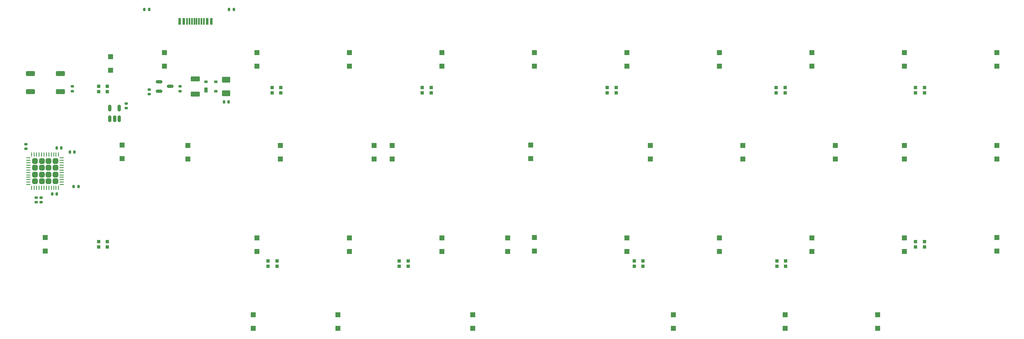
<source format=gbr>
%TF.GenerationSoftware,KiCad,Pcbnew,(7.0.0)*%
%TF.CreationDate,2023-11-20T08:39:55+01:00*%
%TF.ProjectId,universal vault,756e6976-6572-4736-916c-207661756c74,rev?*%
%TF.SameCoordinates,Original*%
%TF.FileFunction,Paste,Bot*%
%TF.FilePolarity,Positive*%
%FSLAX46Y46*%
G04 Gerber Fmt 4.6, Leading zero omitted, Abs format (unit mm)*
G04 Created by KiCad (PCBNEW (7.0.0)) date 2023-11-20 08:39:55*
%MOMM*%
%LPD*%
G01*
G04 APERTURE LIST*
G04 Aperture macros list*
%AMRoundRect*
0 Rectangle with rounded corners*
0 $1 Rounding radius*
0 $2 $3 $4 $5 $6 $7 $8 $9 X,Y pos of 4 corners*
0 Add a 4 corners polygon primitive as box body*
4,1,4,$2,$3,$4,$5,$6,$7,$8,$9,$2,$3,0*
0 Add four circle primitives for the rounded corners*
1,1,$1+$1,$2,$3*
1,1,$1+$1,$4,$5*
1,1,$1+$1,$6,$7*
1,1,$1+$1,$8,$9*
0 Add four rect primitives between the rounded corners*
20,1,$1+$1,$2,$3,$4,$5,0*
20,1,$1+$1,$4,$5,$6,$7,0*
20,1,$1+$1,$6,$7,$8,$9,0*
20,1,$1+$1,$8,$9,$2,$3,0*%
G04 Aperture macros list end*
%ADD10RoundRect,0.250000X0.300000X-0.300000X0.300000X0.300000X-0.300000X0.300000X-0.300000X-0.300000X0*%
%ADD11RoundRect,0.105000X0.245000X0.245000X-0.245000X0.245000X-0.245000X-0.245000X0.245000X-0.245000X0*%
%ADD12RoundRect,0.105000X-0.245000X-0.245000X0.245000X-0.245000X0.245000X0.245000X-0.245000X0.245000X0*%
%ADD13RoundRect,0.140000X-0.170000X0.140000X-0.170000X-0.140000X0.170000X-0.140000X0.170000X0.140000X0*%
%ADD14RoundRect,0.135000X0.185000X-0.135000X0.185000X0.135000X-0.185000X0.135000X-0.185000X-0.135000X0*%
%ADD15RoundRect,0.150000X0.150000X-0.512500X0.150000X0.512500X-0.150000X0.512500X-0.150000X-0.512500X0*%
%ADD16RoundRect,0.140000X-0.140000X-0.170000X0.140000X-0.170000X0.140000X0.170000X-0.140000X0.170000X0*%
%ADD17RoundRect,0.140000X0.170000X-0.140000X0.170000X0.140000X-0.170000X0.140000X-0.170000X-0.140000X0*%
%ADD18RoundRect,0.135000X0.135000X0.185000X-0.135000X0.185000X-0.135000X-0.185000X0.135000X-0.185000X0*%
%ADD19RoundRect,0.140000X0.140000X0.170000X-0.140000X0.170000X-0.140000X-0.170000X0.140000X-0.170000X0*%
%ADD20RoundRect,0.275000X0.625000X0.275000X-0.625000X0.275000X-0.625000X-0.275000X0.625000X-0.275000X0*%
%ADD21RoundRect,0.250000X0.625000X-0.375000X0.625000X0.375000X-0.625000X0.375000X-0.625000X-0.375000X0*%
%ADD22RoundRect,0.150000X-0.512500X-0.150000X0.512500X-0.150000X0.512500X0.150000X-0.512500X0.150000X0*%
%ADD23RoundRect,0.250000X0.700000X-0.275000X0.700000X0.275000X-0.700000X0.275000X-0.700000X-0.275000X0*%
%ADD24RoundRect,0.135000X-0.135000X-0.185000X0.135000X-0.185000X0.135000X0.185000X-0.135000X0.185000X0*%
%ADD25R,0.600000X1.450000*%
%ADD26R,0.300000X1.450000*%
%ADD27R,0.700000X1.000000*%
%ADD28R,0.700000X0.600000*%
%ADD29RoundRect,0.250000X0.315000X-0.315000X0.315000X0.315000X-0.315000X0.315000X-0.315000X-0.315000X0*%
%ADD30RoundRect,0.062500X0.062500X-0.375000X0.062500X0.375000X-0.062500X0.375000X-0.062500X-0.375000X0*%
%ADD31RoundRect,0.062500X0.375000X-0.062500X0.375000X0.062500X-0.375000X0.062500X-0.375000X-0.062500X0*%
G04 APERTURE END LIST*
D10*
%TO.C,D_SPACE17*%
X107156250Y42256250D03*
X107156250Y45056250D03*
%TD*%
D11*
%TO.C,LED1*%
X19965000Y57150000D03*
X19965000Y56050000D03*
X18135000Y56050000D03*
X18135000Y57150000D03*
%TD*%
%TO.C,LED6*%
X188240000Y56906250D03*
X188240000Y55806250D03*
X186410000Y55806250D03*
X186410000Y56906250D03*
%TD*%
D10*
%TO.C,D_SPACE34*%
X50006250Y7331250D03*
X50006250Y10131250D03*
%TD*%
%TO.C,D_SPACE5*%
X88900000Y61306250D03*
X88900000Y64106250D03*
%TD*%
%TO.C,D_SPACE1*%
X20637500Y60512500D03*
X20637500Y63312500D03*
%TD*%
D12*
%TO.C,LED11*%
X53060000Y20087500D03*
X53060000Y21187500D03*
X54890000Y21187500D03*
X54890000Y20087500D03*
%TD*%
D13*
%TO.C,C7*%
X6285671Y34243940D03*
X6285671Y33283940D03*
%TD*%
D10*
%TO.C,D_SPACE32*%
X184150000Y23143750D03*
X184150000Y25943750D03*
%TD*%
D14*
%TO.C,R1*%
X12775000Y56130000D03*
X12775000Y57150000D03*
%TD*%
D15*
%TO.C,U3*%
X22381250Y50456250D03*
X21431250Y50456250D03*
X20481250Y50456250D03*
X20481250Y52731250D03*
X22381250Y52731250D03*
%TD*%
D10*
%TO.C,D_SPACE36*%
X95250000Y7331250D03*
X95250000Y10131250D03*
%TD*%
D16*
%TO.C,C4*%
X13013750Y36512500D03*
X13973750Y36512500D03*
%TD*%
D12*
%TO.C,LED12*%
X18135000Y24056250D03*
X18135000Y25156250D03*
X19965000Y25156250D03*
X19965000Y24056250D03*
%TD*%
D11*
%TO.C,LED5*%
X159543750Y56906250D03*
X159543750Y55806250D03*
X157713750Y55806250D03*
X157713750Y56906250D03*
%TD*%
D12*
%TO.C,LED7*%
X186410000Y24056250D03*
X186410000Y25156250D03*
X188240000Y25156250D03*
X188240000Y24056250D03*
%TD*%
%TO.C,LED8*%
X157835000Y20087500D03*
X157835000Y21187500D03*
X159665000Y21187500D03*
X159665000Y20087500D03*
%TD*%
D10*
%TO.C,D_SPACE38*%
X136525000Y7331250D03*
X136525000Y10131250D03*
%TD*%
%TO.C,D_SPACE25*%
X69847518Y23143750D03*
X69847518Y25943750D03*
%TD*%
%TO.C,D_SPACE18*%
X131789925Y42193750D03*
X131789925Y44993750D03*
%TD*%
%TO.C,D_SPACE9*%
X165100000Y61306250D03*
X165100000Y64106250D03*
%TD*%
%TO.C,D_SPACE13*%
X36513594Y42193750D03*
X36513594Y44993750D03*
%TD*%
D17*
%TO.C,C2*%
X3175000Y44283750D03*
X3175000Y45243750D03*
%TD*%
D10*
%TO.C,D_SPACE35*%
X67468750Y7331250D03*
X67468750Y10131250D03*
%TD*%
%TO.C,D_SPACE12*%
X23018750Y42256250D03*
X23018750Y45056250D03*
%TD*%
%TO.C,D_SPACE29*%
X127000000Y23143750D03*
X127000000Y25943750D03*
%TD*%
D13*
%TO.C,C10*%
X28575000Y56522500D03*
X28575000Y55562500D03*
%TD*%
D10*
%TO.C,D_SPACE2*%
X31750000Y61306250D03*
X31750000Y64106250D03*
%TD*%
D13*
%TO.C,C8*%
X34925000Y57150000D03*
X34925000Y56190000D03*
%TD*%
D12*
%TO.C,LED9*%
X128466250Y20087500D03*
X128466250Y21187500D03*
X130296250Y21187500D03*
X130296250Y20087500D03*
%TD*%
D10*
%TO.C,D_SPACE20*%
X169862500Y42193750D03*
X169862500Y44993750D03*
%TD*%
%TO.C,D_SPACE24*%
X50797105Y23143750D03*
X50797105Y25943750D03*
%TD*%
D11*
%TO.C,LED2*%
X55683750Y56906250D03*
X55683750Y55806250D03*
X53853750Y55806250D03*
X53853750Y56906250D03*
%TD*%
D10*
%TO.C,D_SPACE21*%
X184150000Y42193750D03*
X184150000Y44993750D03*
%TD*%
%TO.C,D_SPACE15*%
X74851096Y42193750D03*
X74851096Y44993750D03*
%TD*%
%TO.C,D_SPACE26*%
X88897931Y23143750D03*
X88897931Y25943750D03*
%TD*%
%TO.C,D_SPACE16*%
X78581250Y42193750D03*
X78581250Y44993750D03*
%TD*%
%TO.C,D_SPACE14*%
X55562500Y42193750D03*
X55562500Y44993750D03*
%TD*%
D11*
%TO.C,LED4*%
X124740000Y56906250D03*
X124740000Y55806250D03*
X122910000Y55806250D03*
X122910000Y56906250D03*
%TD*%
D18*
%TO.C,R2*%
X28575000Y73025000D03*
X27555000Y73025000D03*
%TD*%
D10*
%TO.C,D_SPACE30*%
X146049170Y23143750D03*
X146049170Y25943750D03*
%TD*%
D12*
%TO.C,LED10*%
X80047500Y20087500D03*
X80047500Y21187500D03*
X81877500Y21187500D03*
X81877500Y20087500D03*
%TD*%
D19*
%TO.C,C1*%
X10485000Y44450000D03*
X9525000Y44450000D03*
%TD*%
D10*
%TO.C,D_SPACE4*%
X69850000Y61306250D03*
X69850000Y64106250D03*
%TD*%
D16*
%TO.C,C6*%
X12220000Y43656250D03*
X13180000Y43656250D03*
%TD*%
D10*
%TO.C,D_SPACE11*%
X203200000Y61306250D03*
X203200000Y64106250D03*
%TD*%
D19*
%TO.C,C5*%
X9552493Y34989999D03*
X8592493Y34989999D03*
%TD*%
D20*
%TO.C,SW4*%
X10318750Y59793750D03*
X4118750Y59793750D03*
X10318750Y56093750D03*
X4118750Y56093750D03*
%TD*%
D21*
%TO.C,F2*%
X44450000Y55750000D03*
X44450000Y58550000D03*
%TD*%
D22*
%TO.C,U2*%
X30612500Y56200000D03*
X30612500Y58100000D03*
X32887500Y57150000D03*
%TD*%
D10*
%TO.C,D_SPACE10*%
X184150000Y61306250D03*
X184150000Y64106250D03*
%TD*%
%TO.C,D_SPACE40*%
X178593750Y7331250D03*
X178593750Y10131250D03*
%TD*%
D11*
%TO.C,LED3*%
X86640000Y56906250D03*
X86640000Y55806250D03*
X84810000Y55806250D03*
X84810000Y56906250D03*
%TD*%
D10*
%TO.C,D_SPACE8*%
X146050000Y61306250D03*
X146050000Y64106250D03*
%TD*%
%TO.C,D_SPACE39*%
X159543750Y7331250D03*
X159543750Y10131250D03*
%TD*%
%TO.C,D_SPACE3*%
X50800000Y61306250D03*
X50800000Y64106250D03*
%TD*%
D23*
%TO.C,L1*%
X38100000Y55575000D03*
X38100000Y58725000D03*
%TD*%
D10*
%TO.C,D_SPACE27*%
X102393750Y23143750D03*
X102393750Y25943750D03*
%TD*%
%TO.C,D_SPACE23*%
X7143750Y23206250D03*
X7143750Y26006250D03*
%TD*%
%TO.C,D_SPACE31*%
X165099583Y23143750D03*
X165099583Y25943750D03*
%TD*%
%TO.C,D_SPACE7*%
X127000000Y61306250D03*
X127000000Y64106250D03*
%TD*%
D24*
%TO.C,R3*%
X45017500Y73025000D03*
X46037500Y73025000D03*
%TD*%
D17*
%TO.C,C9*%
X23835301Y52703642D03*
X23835301Y53663642D03*
%TD*%
D13*
%TO.C,C3*%
X5269395Y34237630D03*
X5269395Y33277630D03*
%TD*%
D25*
%TO.C,J1*%
X34849999Y70567499D03*
X35649999Y70567499D03*
D26*
X36849999Y70567499D03*
X37849999Y70567499D03*
X38349999Y70567499D03*
X39349999Y70567499D03*
D25*
X40549999Y70567499D03*
X41349999Y70567499D03*
X41349999Y70567499D03*
X40549999Y70567499D03*
D26*
X39849999Y70567499D03*
X38849999Y70567499D03*
X37349999Y70567499D03*
X36349999Y70567499D03*
D25*
X35649999Y70567499D03*
X34849999Y70567499D03*
%TD*%
D10*
%TO.C,D_SPACE33*%
X203200000Y23206250D03*
X203200000Y26006250D03*
%TD*%
%TO.C,D_SPACE28*%
X107950000Y23206250D03*
X107950000Y26006250D03*
%TD*%
D27*
%TO.C,D1*%
X40274999Y56399999D03*
D28*
X40274999Y58099999D03*
X42274999Y58099999D03*
X42274999Y56199999D03*
%TD*%
D29*
%TO.C,U1*%
X5043750Y37587500D03*
X6443750Y37587500D03*
X7843750Y37587500D03*
X9243750Y37587500D03*
X5043750Y38987500D03*
X6443750Y38987500D03*
X7843750Y38987500D03*
X9243750Y38987500D03*
X5043750Y40387500D03*
X6443750Y40387500D03*
X7843750Y40387500D03*
X9243750Y40387500D03*
X5043750Y41787500D03*
X6443750Y41787500D03*
X7843750Y41787500D03*
X9243750Y41787500D03*
D30*
X9893750Y36250000D03*
X9393750Y36250000D03*
X8893750Y36250000D03*
X8393750Y36250000D03*
X7893750Y36250000D03*
X7393750Y36250000D03*
X6893750Y36250000D03*
X6393750Y36250000D03*
X5893750Y36250000D03*
X5393750Y36250000D03*
X4893750Y36250000D03*
X4393750Y36250000D03*
D31*
X3706250Y36937500D03*
X3706250Y37437500D03*
X3706250Y37937500D03*
X3706250Y38437500D03*
X3706250Y38937500D03*
X3706250Y39437500D03*
X3706250Y39937500D03*
X3706250Y40437500D03*
X3706250Y40937500D03*
X3706250Y41437500D03*
X3706250Y41937500D03*
X3706250Y42437500D03*
D30*
X4393750Y43125000D03*
X4893750Y43125000D03*
X5393750Y43125000D03*
X5893750Y43125000D03*
X6393750Y43125000D03*
X6893750Y43125000D03*
X7393750Y43125000D03*
X7893750Y43125000D03*
X8393750Y43125000D03*
X8893750Y43125000D03*
X9393750Y43125000D03*
X9893750Y43125000D03*
D31*
X10581250Y42437500D03*
X10581250Y41937500D03*
X10581250Y41437500D03*
X10581250Y40937500D03*
X10581250Y40437500D03*
X10581250Y39937500D03*
X10581250Y39437500D03*
X10581250Y38937500D03*
X10581250Y38437500D03*
X10581250Y37937500D03*
X10581250Y37437500D03*
X10581250Y36937500D03*
%TD*%
D10*
%TO.C,D_SPACE19*%
X150832113Y42193750D03*
X150832113Y44993750D03*
%TD*%
%TO.C,D_SPACE22*%
X203200000Y42193750D03*
X203200000Y44993750D03*
%TD*%
D16*
%TO.C,C11*%
X43970000Y53975000D03*
X44930000Y53975000D03*
%TD*%
D10*
%TO.C,D_SPACE6*%
X107950000Y61306250D03*
X107950000Y64106250D03*
%TD*%
M02*

</source>
